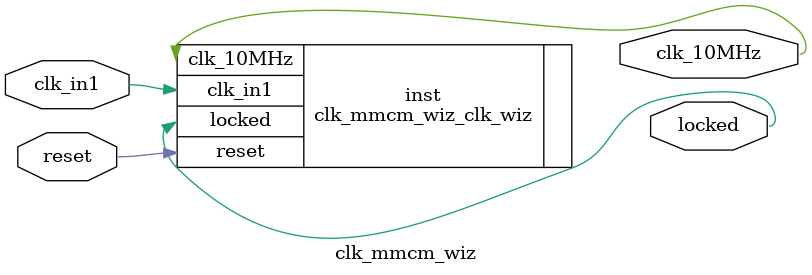
<source format=v>


`timescale 1ps/1ps

(* CORE_GENERATION_INFO = "clk_mmcm_wiz,clk_wiz_v6_0_8_0_0,{component_name=clk_mmcm_wiz,use_phase_alignment=true,use_min_o_jitter=false,use_max_i_jitter=false,use_dyn_phase_shift=false,use_inclk_switchover=false,use_dyn_reconfig=false,enable_axi=0,feedback_source=FDBK_AUTO,PRIMITIVE=MMCM,num_out_clk=1,clkin1_period=10.000,clkin2_period=10.000,use_power_down=false,use_reset=true,use_locked=true,use_inclk_stopped=false,feedback_type=SINGLE,CLOCK_MGR_TYPE=NA,manual_override=false}" *)

module clk_mmcm_wiz 
 (
  // Clock out ports
  output        clk_10MHz,
  // Status and control signals
  input         reset,
  output        locked,
 // Clock in ports
  input         clk_in1
 );

  clk_mmcm_wiz_clk_wiz inst
  (
  // Clock out ports  
  .clk_10MHz(clk_10MHz),
  // Status and control signals               
  .reset(reset), 
  .locked(locked),
 // Clock in ports
  .clk_in1(clk_in1)
  );

endmodule

</source>
